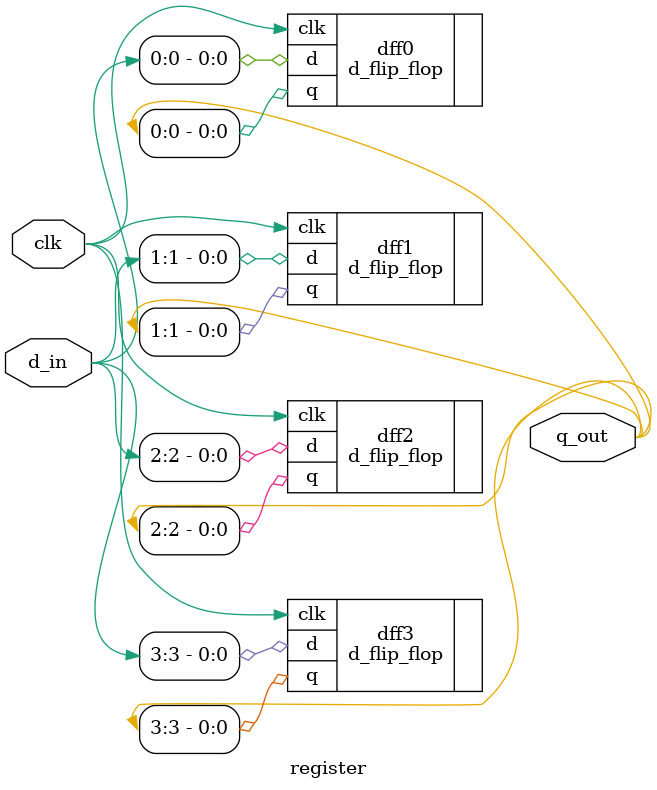
<source format=v>
module register(
    input wire clk,
    input wire [3:0] d_in, 
    output wire [3:0] q_out
);

    d_flip_flop dff0(.clk(clk), .d(d_in[0]), .q(q_out[0]));
    d_flip_flop dff1(.clk(clk), .d(d_in[1]), .q(q_out[1]));
    d_flip_flop dff2(.clk(clk), .d(d_in[2]), .q(q_out[2]));
    d_flip_flop dff3(.clk(clk), .d(d_in[3]), .q(q_out[3]));
endmodule
</source>
